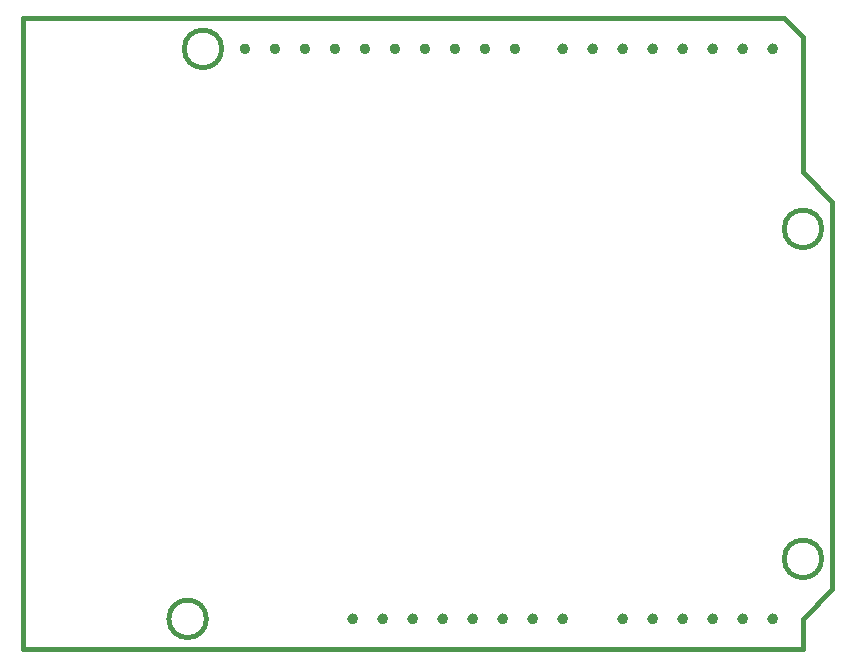
<source format=gko>
%FSLAX33Y33*%
%MOMM*%
%ADD10C,0.381*%
D10*
%LNpath-0*%
G75*
G03*
X55626Y2540D02*
X56134Y2540I0254J0D01*
G75*
X56134Y2540D02*
X55626Y2540I-0254J0D01*
%LNpath-2*%
G75*
X60706Y50800D02*
X61214Y50800I0254J0D01*
G75*
X61214Y50800D02*
X60706Y50800I-0254J0D01*
%LNpath-4*%
G01*
X66070Y51814D02*
X64505Y53378D01*
X0Y53378*
X0Y0*
X66070Y0*
X66070Y2540*
X68550Y5080*
X68550Y37846*
X66070Y40386*
X66070Y51814*
%LNpath-5*%
G75*
G03*
X18572Y50800D02*
X19080Y50800I0254J0D01*
G75*
X19080Y50800D02*
X18572Y50800I-0254J0D01*
%LNpath-6*%
G75*
X45466Y50800D02*
X45974Y50800I0254J0D01*
G75*
X45974Y50800D02*
X45466Y50800I-0254J0D01*
%LNpath-7*%
G75*
X33812Y50800D02*
X34320Y50800I0254J0D01*
G75*
X34320Y50800D02*
X33812Y50800I-0254J0D01*
%LNpath-9*%
G75*
X26192Y50800D02*
X26700Y50800I0254J0D01*
G75*
X26700Y50800D02*
X26192Y50800I-0254J0D01*
%LNpath-10*%
G75*
X58166Y50800D02*
X58674Y50800I0254J0D01*
G75*
X58674Y50800D02*
X58166Y50800I-0254J0D01*
%LNpath-11*%
G75*
X40386Y2540D02*
X40894Y2540I0254J0D01*
G75*
X40894Y2540D02*
X40386Y2540I-0254J0D01*
%LNpath-12*%
G75*
X48006Y50800D02*
X48514Y50800I0254J0D01*
G75*
X48514Y50800D02*
X48006Y50800I-0254J0D01*
%LNpath-13*%
G75*
X64483Y7620D02*
X67657Y7620I1587J0D01*
G75*
X67657Y7620D02*
X64483Y7620I-1587J0D01*
%LNpath-15*%
G75*
X31272Y50800D02*
X31780Y50800I0254J0D01*
G75*
X31780Y50800D02*
X31272Y50800I-0254J0D01*
%LNpath-16*%
G75*
X50546Y2540D02*
X51054Y2540I0254J0D01*
G75*
X51054Y2540D02*
X50546Y2540I-0254J0D01*
%LNpath-17*%
G75*
X30226Y2540D02*
X30734Y2540I0254J0D01*
G75*
X30734Y2540D02*
X30226Y2540I-0254J0D01*
%LNpath-18*%
G75*
X12382Y2540D02*
X15557Y2540I1587J0D01*
G75*
X15557Y2540D02*
X12382Y2540I-1587J0D01*
%LNpath-19*%
G75*
X63246Y2540D02*
X63754Y2540I0254J0D01*
G75*
X63754Y2540D02*
X63246Y2540I-0254J0D01*
%LNpath-20*%
G75*
X55626Y50800D02*
X56134Y50800I0254J0D01*
G75*
X56134Y50800D02*
X55626Y50800I-0254J0D01*
%LNpath-21*%
G75*
X36352Y50800D02*
X36860Y50800I0254J0D01*
G75*
X36860Y50800D02*
X36352Y50800I-0254J0D01*
%LNpath-22*%
G75*
X42926Y2540D02*
X43434Y2540I0254J0D01*
G75*
X43434Y2540D02*
X42926Y2540I-0254J0D01*
%LNpath-23*%
G75*
X23652Y50800D02*
X24160Y50800I0254J0D01*
G75*
X24160Y50800D02*
X23652Y50800I-0254J0D01*
%LNpath-24*%
G75*
X32766Y2540D02*
X33274Y2540I0254J0D01*
G75*
X33274Y2540D02*
X32766Y2540I-0254J0D01*
%LNpath-25*%
G75*
X27686Y2540D02*
X28194Y2540I0254J0D01*
G75*
X28194Y2540D02*
X27686Y2540I-0254J0D01*
%LNpath-26*%
G75*
X64483Y35560D02*
X67657Y35560I1587J0D01*
G75*
X67657Y35560D02*
X64483Y35560I-1587J0D01*
%LNpath-27*%
G75*
X21112Y50800D02*
X21620Y50800I0254J0D01*
G75*
X21620Y50800D02*
X21112Y50800I-0254J0D01*
%LNpath-28*%
G75*
X60706Y2540D02*
X61214Y2540I0254J0D01*
G75*
X61214Y2540D02*
X60706Y2540I-0254J0D01*
%LNpath-29*%
G75*
X28732Y50800D02*
X29240Y50800I0254J0D01*
G75*
X29240Y50800D02*
X28732Y50800I-0254J0D01*
%LNpath-30*%
G75*
X53086Y2540D02*
X53594Y2540I0254J0D01*
G75*
X53594Y2540D02*
X53086Y2540I-0254J0D01*
%LNpath-31*%
G75*
X38892Y50800D02*
X39400Y50800I0254J0D01*
G75*
X39400Y50800D02*
X38892Y50800I-0254J0D01*
%LNpath-32*%
G75*
X50546Y50800D02*
X51054Y50800I0254J0D01*
G75*
X51054Y50800D02*
X50546Y50800I-0254J0D01*
%LNpath-33*%
G75*
X35306Y2540D02*
X35814Y2540I0254J0D01*
G75*
X35814Y2540D02*
X35306Y2540I-0254J0D01*
%LNpath-34*%
G75*
X63246Y50800D02*
X63754Y50800I0254J0D01*
G75*
X63754Y50800D02*
X63246Y50800I-0254J0D01*
%LNpath-35*%
G75*
X45466Y2540D02*
X45974Y2540I0254J0D01*
G75*
X45974Y2540D02*
X45466Y2540I-0254J0D01*
%LNpath-36*%
G75*
X53086Y50800D02*
X53594Y50800I0254J0D01*
G75*
X53594Y50800D02*
X53086Y50800I-0254J0D01*
%LNpath-37*%
G75*
X41432Y50800D02*
X41940Y50800I0254J0D01*
G75*
X41940Y50800D02*
X41432Y50800I-0254J0D01*
%LNpath-38*%
G75*
X58166Y2540D02*
X58674Y2540I0254J0D01*
G75*
X58674Y2540D02*
X58166Y2540I-0254J0D01*
%LNpath-39*%
G75*
X37846Y2540D02*
X38354Y2540I0254J0D01*
G75*
X38354Y2540D02*
X37846Y2540I-0254J0D01*
%LNpath-40*%
G75*
X13683Y50800D02*
X16857Y50800I1587J0D01*
G75*
X16857Y50800D02*
X13683Y50800I-1587J0D01*
G01*
X13683Y50800D02*
X13683Y50800D01*
%LNmechanical details_traces*%
M02*
</source>
